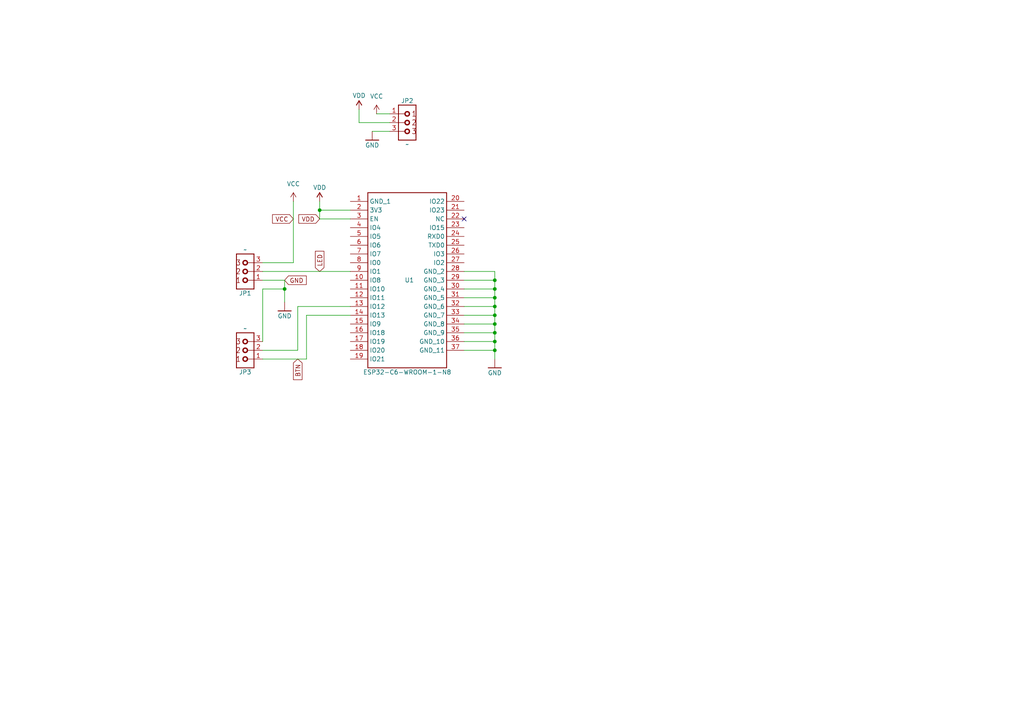
<source format=kicad_sch>
(kicad_sch (version 20231120) (generator "eeschema") (generator_version "8.0")
  (paper "A4")
  (lib_symbols
    (symbol "hio-header:BC-HEADER-3-PIN-THT"
      (property "Reference" "JP" (at 0 5.588 0))
      (symbol "BC-HEADER-3-PIN-THT_1_0"
        (circle (center 0 -2.54) (radius 0.635) (stroke (width 0.3962)))
        (polyline (pts (xy -2.54 -5.08) (xy 2.54 -5.08)) (stroke (width 0.254)))
        (polyline (pts (xy -2.54 -2.54) (xy -2.54 -5.08)) (stroke (width 0.254)))
        (polyline (pts (xy -2.54 -2.54) (xy -0.635 -2.54)) (stroke (width 0.1524)))
        (polyline (pts (xy -2.54 0) (xy -0.635 0)) (stroke (width 0.1524)))
        (polyline (pts (xy -2.54 2.54) (xy -0.635 2.54)) (stroke (width 0.1524)))
        (polyline (pts (xy -2.54 5.08) (xy -2.54 -2.54)) (stroke (width 0.254)))
        (polyline (pts (xy 2.54 -5.08) (xy 2.54 5.08)) (stroke (width 0.254)))
        (polyline (pts (xy 2.54 5.08) (xy -2.54 5.08)) (stroke (width 0.254)))
        (circle (center 0 0) (radius 0.635) (stroke (width 0.3962)))
        (circle (center 0 2.54) (radius 0.635) (stroke (width 0.3962)))
        (text "1" (at 1.27 2.54 0) (effects (font (size 1.524 1.2954)) (justify left)))
        (text "2" (at 1.27 0 0) (effects (font (size 1.524 1.2954)) (justify left)))
        (text "3" (at 1.27 -2.54 0) (effects (font (size 1.524 1.2954)) (justify left)))
        (pin passive line (at -5.08 2.54 0) (length 2.54) (name "1") (number "1"))
        (pin passive line (at -5.08 0 0) (length 2.54) (name "2") (number "2"))
        (pin passive line (at -5.08 -2.54 0) (length 2.54) (name "3") (number "3"))
      )
    )
    (symbol "hio-microcontroller:ESP32-C6-WROOM-1-N8"
      (property "Reference" "U" (at -0.762 0.762 0))
      (property "Value" "ESP32-C6-WROOM-1-N8" (at 0 -26.67 0))
      (symbol "ESP32-C6-WROOM-1-N8_1_1"
        (rectangle (start -11.43 25.4) (end 11.43 -25.4) (stroke (width 0.254)))
        (pin passive line (at -16.51 22.86 0) (length 5.08) (name "GND_1") (number "1"))
        (pin passive line (at -16.51 0 0) (length 5.08) (name "IO8") (number "10"))
        (pin passive line (at -16.51 -2.54 0) (length 5.08) (name "IO10") (number "11"))
        (pin passive line (at -16.51 -5.08 0) (length 5.08) (name "IO11") (number "12"))
        (pin passive line (at -16.51 -7.62 0) (length 5.08) (name "IO12") (number "13"))
        (pin passive line (at -16.51 -10.16 0) (length 5.08) (name "IO13") (number "14"))
        (pin passive line (at -16.51 -12.7 0) (length 5.08) (name "IO9") (number "15"))
        (pin passive line (at -16.51 -15.24 0) (length 5.08) (name "IO18") (number "16"))
        (pin passive line (at -16.51 -17.78 0) (length 5.08) (name "IO19") (number "17"))
        (pin passive line (at -16.51 -20.32 0) (length 5.08) (name "IO20") (number "18"))
        (pin passive line (at -16.51 -22.86 0) (length 5.08) (name "IO21") (number "19"))
        (pin passive line (at -16.51 20.32 0) (length 5.08) (name "3V3") (number "2"))
        (pin passive line (at 16.51 22.86 180) (length 5.08) (name "IO22") (number "20"))
        (pin passive line (at 16.51 20.32 180) (length 5.08) (name "IO23") (number "21"))
        (pin no_connect line (at 16.51 17.78 180) (length 5.08) (name "NC") (number "22"))
        (pin passive line (at 16.51 15.24 180) (length 5.08) (name "IO15") (number "23"))
        (pin passive line (at 16.51 12.7 180) (length 5.08) (name "RXD0") (number "24"))
        (pin passive line (at 16.51 10.16 180) (length 5.08) (name "TXD0") (number "25"))
        (pin passive line (at 16.51 7.62 180) (length 5.08) (name "IO3") (number "26"))
        (pin passive line (at 16.51 5.08 180) (length 5.08) (name "IO2") (number "27"))
        (pin passive line (at 16.51 2.54 180) (length 5.08) (name "GND_2") (number "28"))
        (pin passive line (at 16.51 0 180) (length 5.08) (name "GND_3") (number "29"))
        (pin passive line (at -16.51 17.78 0) (length 5.08) (name "EN") (number "3"))
        (pin passive line (at 16.51 -2.54 180) (length 5.08) (name "GND_4") (number "30"))
        (pin passive line (at 16.51 -5.08 180) (length 5.08) (name "GND_5") (number "31"))
        (pin passive line (at 16.51 -7.62 180) (length 5.08) (name "GND_6") (number "32"))
        (pin passive line (at 16.51 -10.16 180) (length 5.08) (name "GND_7") (number "33"))
        (pin passive line (at 16.51 -12.7 180) (length 5.08) (name "GND_8") (number "34"))
        (pin passive line (at 16.51 -15.24 180) (length 5.08) (name "GND_9") (number "35"))
        (pin passive line (at 16.51 -17.78 180) (length 5.08) (name "GND_10") (number "36"))
        (pin passive line (at 16.51 -20.32 180) (length 5.08) (name "GND_11") (number "37"))
        (pin passive line (at -16.51 15.24 0) (length 5.08) (name "IO4") (number "4"))
        (pin passive line (at -16.51 12.7 0) (length 5.08) (name "IO5") (number "5"))
        (pin passive line (at -16.51 10.16 0) (length 5.08) (name "IO6") (number "6"))
        (pin passive line (at -16.51 7.62 0) (length 5.08) (name "IO7") (number "7"))
        (pin passive line (at -16.51 5.08 0) (length 5.08) (name "IO0") (number "8"))
        (pin passive line (at -16.51 2.54 0) (length 5.08) (name "IO1") (number "9"))
      )
    )
    (symbol "hio-supply:GND" (power)
      (property "Value" "GND" (at 0 -0.762 0))
      (symbol "GND_1_0"
        (polyline (pts (xy -1.905 0) (xy 1.905 0)) (stroke (width 0.254)))
        (pin power_in line (at 0 2.54 270) (length 2.54) (name "GND") (number "1"))
      )
    )
    (symbol "hio-supply:VDD" (power)
      (property "Value" "VDD" (at 0 3.302 0))
      (symbol "VDD_1_0"
        (polyline (pts (xy 0 2.54) (xy -0.762 1.27)) (stroke (width 0.254)))
        (polyline (pts (xy 0.762 1.27) (xy 0 2.54)) (stroke (width 0.254)))
        (pin power_in line (at 0 0 90) (length 2.54) (name "VDD") (number "1"))
      )
    )
    (symbol "power:VCC" (power) (pin_numbers hide) (pin_names (offset 0) hide)
      (property "Value" "VCC" (at 0 3.556 0))
      (symbol "VCC_0_1"
        (polyline (pts (xy -0.762 1.27) (xy 0 2.54)))
        (polyline (pts (xy 0 0) (xy 0 2.54)))
        (polyline (pts (xy 0 2.54) (xy 0.762 1.27)))
      )
      (symbol "VCC_1_1"
        (pin power_in line (at 0 0 90) (length 0) (name "~") (number "1"))
      )
    )
  )
  (junction (at 143.51 99.06))
  (junction (at 143.51 81.28))
  (junction (at 143.51 88.9))
  (junction (at 143.51 91.44))
  (junction (at 143.51 86.36))
  (junction (at 82.55 83.82))
  (junction (at 143.51 83.82))
  (junction (at 143.51 96.52))
  (junction (at 143.51 101.6))
  (junction (at 92.71 60.96))
  (junction (at 143.51 93.98))
  (no_connect (at 134.62 63.5))
  (wire (pts (xy 88.9 91.44) (xy 88.9 104.14)))
  (wire (pts (xy 143.51 91.44) (xy 143.51 93.98)))
  (wire (pts (xy 143.51 93.98) (xy 143.51 96.52)))
  (wire (pts (xy 143.51 99.06) (xy 143.51 101.6)))
  (wire (pts (xy 92.71 60.96) (xy 101.6 60.96)))
  (wire (pts (xy 143.51 83.82) (xy 143.51 86.36)))
  (wire (pts (xy 92.71 58.42) (xy 92.71 60.96)))
  (wire (pts (xy 134.62 96.52) (xy 143.51 96.52)))
  (wire (pts (xy 134.62 88.9) (xy 143.51 88.9)))
  (wire (pts (xy 86.36 88.9) (xy 101.6 88.9)))
  (wire (pts (xy 109.22 33.02) (xy 113.03 33.02)))
  (wire (pts (xy 113.03 38.1) (xy 107.95 38.1)))
  (wire (pts (xy 104.14 35.56) (xy 113.03 35.56)))
  (wire (pts (xy 88.9 104.14) (xy 76.2 104.14)))
  (wire (pts (xy 76.2 83.82) (xy 82.55 83.82)))
  (wire (pts (xy 134.62 86.36) (xy 143.51 86.36)))
  (wire (pts (xy 101.6 91.44) (xy 88.9 91.44)))
  (wire (pts (xy 101.6 63.5) (xy 92.71 63.5)))
  (wire (pts (xy 82.55 81.28) (xy 76.2 81.28)))
  (wire (pts (xy 92.71 63.5) (xy 92.71 60.96)))
  (wire (pts (xy 82.55 81.28) (xy 82.55 83.82)))
  (wire (pts (xy 85.09 76.2) (xy 76.2 76.2)))
  (wire (pts (xy 134.62 101.6) (xy 143.51 101.6)))
  (wire (pts (xy 76.2 78.74) (xy 101.6 78.74)))
  (wire (pts (xy 143.51 101.6) (xy 143.51 104.14)))
  (wire (pts (xy 104.14 31.75) (xy 104.14 35.56)))
  (wire (pts (xy 76.2 101.6) (xy 86.36 101.6)))
  (wire (pts (xy 134.62 83.82) (xy 143.51 83.82)))
  (wire (pts (xy 76.2 99.06) (xy 76.2 83.82)))
  (wire (pts (xy 85.09 58.42) (xy 85.09 76.2)))
  (wire (pts (xy 86.36 101.6) (xy 86.36 88.9)))
  (wire (pts (xy 134.62 81.28) (xy 143.51 81.28)))
  (wire (pts (xy 134.62 91.44) (xy 143.51 91.44)))
  (wire (pts (xy 82.55 83.82) (xy 82.55 87.63)))
  (wire (pts (xy 134.62 93.98) (xy 143.51 93.98)))
  (wire (pts (xy 143.51 78.74) (xy 143.51 81.28)))
  (wire (pts (xy 134.62 78.74) (xy 143.51 78.74)))
  (wire (pts (xy 134.62 99.06) (xy 143.51 99.06)))
  (wire (pts (xy 143.51 88.9) (xy 143.51 91.44)))
  (wire (pts (xy 143.51 86.36) (xy 143.51 88.9)))
  (wire (pts (xy 143.51 81.28) (xy 143.51 83.82)))
  (wire (pts (xy 143.51 96.52) (xy 143.51 99.06)))
  (global_label "VCC" (shape input) (at 85.09 63.5 180) (property "Intersheetrefs" "${INTERSHEET_REFS}" (effects (hide yes))))
  (global_label "VDD" (shape input) (at 92.71 63.5 180) (property "Intersheetrefs" "${INTERSHEET_REFS}" (effects (hide yes))))
  (global_label "BTN" (shape input) (at 86.36 104.14 270) (property "Intersheetrefs" "${INTERSHEET_REFS}" (effects (hide yes))))
  (global_label "GND" (shape input) (at 82.55 81.28 0) (property "Intersheetrefs" "${INTERSHEET_REFS}" (effects (hide yes))))
  (global_label "LED" (shape input) (at 92.71 78.74 90) (property "Intersheetrefs" "${INTERSHEET_REFS}" (effects (hide yes))))
  (symbol (lib_id "hio-supply:VDD") (at 92.71 58.42 0) (unit 1)
    (property "Reference" "#VDD01" (effects (hide yes)))
    (property "Value" "VDD" (at 92.71 55.118 0) (effects (justify bottom)))
  )
  (symbol (lib_id "hio-supply:GND") (at 107.95 40.64 0) (unit 1)
    (property "Reference" "#GND03" (effects (hide yes)))
    (property "Value" "GND" (at 107.95 41.402 0) (effects (justify top)))
  )
  (symbol (lib_id "power:VCC") (at 109.22 33.02 0) (unit 1)
    (property "Reference" "#PWR02" (effects (hide yes)))
    (property "Value" "VCC" (at 109.22 27.94 0))
    (property "Description" "Power symbol creates a global label with name \"VCC\"" (effects (hide yes)))
  )
  (symbol (lib_id "hio-header:BC-HEADER-3-PIN-THT") (at 118.11 35.56 0) (unit 1)
    (property "Reference" "JP2" (at 118.11 29.972 0) (effects (justify bottom)))
    (property "Value" "~" (at 118.11 41.148 0) (effects (justify top)))
    (property "Footprint" "hio-header:BC-HEADER-3-PIN-THT" (effects (hide yes)))
    (property "Description" "THT Pin 6.0mm 3-pin" (effects (hide yes)))
    (property "Package Description" "pitch 2.54mm" (effects (hide yes)))
    (property "Mounting Technology" "THT" (effects (hide yes)))
    (property "Manufacturer Name" "Wurth" (effects (hide yes)))
    (property "Manufacturer Part Number" "61300311121" (effects (hide yes)))
    (property "Supplier Name" "Wurth" (effects (hide yes)))
  )
  (symbol (lib_id "power:VCC") (at 85.09 58.42 0) (unit 1)
    (property "Reference" "#PWR01" (effects (hide yes)))
    (property "Value" "VCC" (at 85.09 53.34 0))
    (property "Description" "Power symbol creates a global label with name \"VCC\"" (effects (hide yes)))
  )
  (symbol (lib_id "hio-microcontroller:ESP32-C6-WROOM-1-N8") (at 118.11 81.28 0) (unit 1)
    (property "Reference" "U1" (at 117.348 80.518 0) (effects (justify left top)))
    (property "Value" "ESP32-C6-WROOM-1-N8" (at 118.11 107.95 0))
    (property "Footprint" "hio-microcontroller:ESP32-C6-WROOM-1-N8_R" (effects (hide yes)))
    (property "Datasheet" "https://www.espressif.com/sites/default/files/documentation/esp32-c6-wroom-1_datasheet_en.pdf" (effects (hide yes)))
    (property "Height" "3.25" (effects (hide yes)))
    (property "Mouser Part Number" "356-ESP32C6WROOM1N8" (effects (hide yes)))
    (property "Mouser Price/Stock" "https://www.mouser.co.uk/ProductDetail/Espressif-Systems/ESP32-C6-WROOM-1-N8?qs=8Wlm6%252BaMh8ST02Gmwp74cw%3D%3D" (effects (hide yes)))
    (property "Manufacturer_Name" "Espressif Systems" (effects (hide yes)))
    (property "Manufacturer_Part_Number" "ESP32-C6-WROOM-1-N8" (effects (hide yes)))
  )
  (symbol (lib_id "hio-supply:GND") (at 82.55 90.17 0) (unit 1)
    (property "Reference" "#GND02" (effects (hide yes)))
    (property "Value" "GND" (at 82.55 90.932 0) (effects (justify top)))
  )
  (symbol (lib_id "hio-header:BC-HEADER-3-PIN-THT") (at 71.12 101.6 180) (unit 1)
    (property "Reference" "JP3" (at 71.12 107.188 0) (effects (justify bottom)))
    (property "Value" "~" (at 71.12 96.012 0) (effects (justify top)))
    (property "Footprint" "hio-header:BC-HEADER-3-PIN-THT" (effects (hide yes)))
    (property "Description" "THT Pin 6.0mm 3-pin" (effects (hide yes)))
    (property "Package Description" "pitch 2.54mm" (effects (hide yes)))
    (property "Mounting Technology" "THT" (effects (hide yes)))
    (property "Manufacturer Name" "Wurth" (effects (hide yes)))
    (property "Manufacturer Part Number" "61300311121" (effects (hide yes)))
    (property "Supplier Name" "Wurth" (effects (hide yes)))
  )
  (symbol (lib_id "hio-header:BC-HEADER-3-PIN-THT") (at 71.12 78.74 180) (unit 1)
    (property "Reference" "JP1" (at 71.12 84.328 0) (effects (justify bottom)))
    (property "Value" "~" (at 71.12 73.152 0) (effects (justify top)))
    (property "Footprint" "hio-header:BC-HEADER-3-PIN-THT" (effects (hide yes)))
    (property "Description" "THT Pin 6.0mm 3-pin" (effects (hide yes)))
    (property "Package Description" "pitch 2.54mm" (effects (hide yes)))
    (property "Mounting Technology" "THT" (effects (hide yes)))
    (property "Manufacturer Name" "Wurth" (effects (hide yes)))
    (property "Manufacturer Part Number" "61300311121" (effects (hide yes)))
    (property "Supplier Name" "Wurth" (effects (hide yes)))
  )
  (symbol (lib_id "hio-supply:GND") (at 143.51 106.68 0) (unit 1)
    (property "Reference" "#GND01" (effects (hide yes)))
    (property "Value" "GND" (at 143.51 107.442 0) (effects (justify top)))
  )
  (symbol (lib_id "hio-supply:VDD") (at 104.14 31.75 0) (unit 1)
    (property "Reference" "#VDD02" (effects (hide yes)))
    (property "Value" "VDD" (at 104.14 28.448 0) (effects (justify bottom)))
  )
)
</source>
